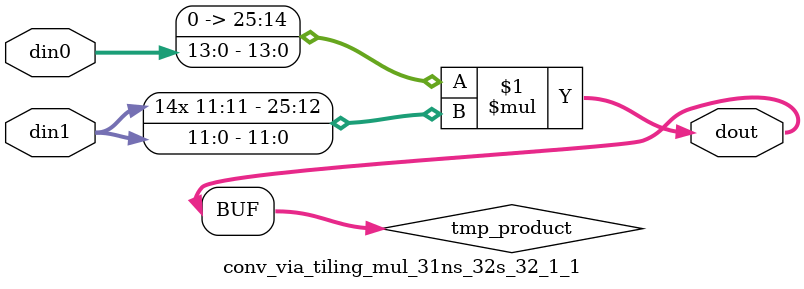
<source format=v>

`timescale 1 ns / 1 ps

 module conv_via_tiling_mul_31ns_32s_32_1_1(din0, din1, dout);
parameter ID = 1;
parameter NUM_STAGE = 0;
parameter din0_WIDTH = 14;
parameter din1_WIDTH = 12;
parameter dout_WIDTH = 26;

input [din0_WIDTH - 1 : 0] din0; 
input [din1_WIDTH - 1 : 0] din1; 
output [dout_WIDTH - 1 : 0] dout;

wire signed [dout_WIDTH - 1 : 0] tmp_product;

























assign tmp_product = $signed({1'b0, din0}) * $signed(din1);










assign dout = tmp_product;





















endmodule

</source>
